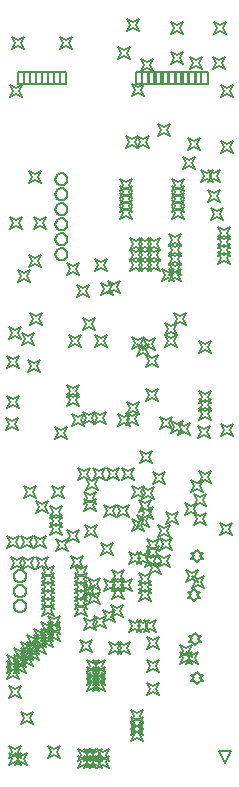
<source format=gbr>
%FSTAX26Y26*%
%MOMM*%
%SFA1B1*%

%IPPOS*%
%ADD63C,0.127000*%
%ADD100C,0.169330*%
%LNpcb_drawing_1-1*%
%LPD*%
G54D63*
X002794Y004064D02*
X005334Y009144D01*
X002794Y014224*
X007874Y011684*
X012954Y014224*
X01041399Y009144*
X012954Y004064*
X007874Y006604*
X002794Y004064*
X008128D02*
X010668Y009144D01*
X008128Y014224*
X013208Y011684*
X018288Y014224*
X015748Y009144*
X018288Y004064*
X013208Y006604*
X008128Y004064*
X007874Y012446D02*
X002794Y009906D01*
X005334Y014986*
X002794Y020066*
X007874Y017526*
X012954Y020066*
X01041399Y014986*
X012954Y009906*
X007874Y012446*
X03604361Y00995857D02*
X03858361Y01503857D01*
X03604361Y02011857*
X04112361Y01757857*
X04620361Y02011857*
X04366361Y01503857*
X04620361Y00995857*
X04112361Y01249857*
X03604361Y00995857*
X06096Y011938D02*
X06604Y009398D01*
X07112Y011938*
X06858Y006858*
X07112Y001778*
X06604Y004318*
X06096Y001778*
X0635Y006858*
X06096Y011938*
Y00762D02*
X0635Y0127D01*
X06096Y01778*
X06604Y01524*
X07112Y01778*
X06858Y0127*
X07112Y00762*
X06604Y01016*
X06096Y00762*
X066294D02*
X068834Y0127D01*
X066294Y01778*
X071374Y01524*
X076454Y01778*
X073914Y0127*
X076454Y00762*
X071374Y01016*
X066294Y00762*
X068834Y006858D02*
X066294Y011938D01*
X071374Y009398*
X076454Y011938*
X073914Y006858*
X076454Y001778*
X071374Y004318*
X066294Y001778*
X068834Y006858*
X071628Y00762D02*
X074168Y0127D01*
X071628Y01778*
X076708Y01524*
X081788Y01778*
X079248Y0127*
X081788Y00762*
X076708Y01016*
X071628Y00762*
X074168Y006858D02*
X071628Y011938D01*
X076708Y009398*
X081788Y011938*
X079248Y006858*
X081788Y001778*
X076708Y004318*
X071628Y001778*
X074168Y006858*
X076962Y00762D02*
X079502Y0127D01*
X076962Y01778*
X082042Y01524*
X087122Y01778*
X084582Y0127*
X087122Y00762*
X082042Y01016*
X076962Y00762*
X079502Y006858D02*
X076962Y011938D01*
X082042Y009398*
X087122Y011938*
X084582Y006858*
X087122Y001778*
X082042Y004318*
X076962Y001778*
X079502Y006858*
X106172Y02413D02*
X108712Y02921D01*
X106172Y03429*
X111252Y03175*
X116332Y03429*
X113792Y02921*
X116332Y02413*
X111252Y02667*
X106172Y02413*
Y029464D02*
X108712Y034544D01*
X106172Y039624*
X111252Y037084*
X116332Y039624*
X113792Y034544*
X116332Y029464*
X111252Y032004*
X106172Y029464*
Y034798D02*
X108712Y039878D01*
X106172Y044958*
X111252Y042418*
X116332Y044958*
X113792Y039878*
X116332Y034798*
X111252Y037338*
X106172Y034798*
Y040132D02*
X108712Y045212D01*
X106172Y050292*
X111252Y047752*
X116332Y050292*
X113792Y045212*
X116332Y040132*
X111252Y042672*
X106172Y040132*
X129286Y0635D02*
X124206Y06604D01*
X119126Y0635*
X121666Y06858*
X119126Y07366*
X124206Y07112*
X129286Y07366*
X126746Y06858*
X129286Y0635*
Y082804D02*
X124206Y085344D01*
X119126Y082804*
X121666Y087884*
X119126Y092964*
X124206Y090424*
X129286Y092964*
X126746Y087884*
X129286Y082804*
X15657576Y080026D02*
X15911576Y077486D01*
X15657576Y074946*
X15911576*
X16165576Y072406*
X16419576Y074946*
X16673575*
X16419576Y077486*
X16673575Y080026*
X16419576*
X16165576Y082566*
X15911576Y080026*
X15657576*
X15748Y089662D02*
X1524Y092202D01*
X14732Y089662*
X14986Y094742*
X14732Y099822*
X1524Y097282*
X15748Y099822*
X15494Y094742*
X15748Y089662*
X157734Y092202D02*
X152654Y089662D01*
X155194Y094742*
X152654Y099822*
X157734Y097282*
X162814Y099822*
X160274Y094742*
X162814Y089662*
X157734Y092202*
X15748Y09525D02*
X1524Y09779D01*
X14732Y09525*
X14986Y10033*
X14732Y10541*
X1524Y10287*
X15748Y10541*
X15494Y10033*
X15748Y09525*
X159766Y105664D02*
X162306Y108204D01*
X164846*
X162306Y110744*
X164846Y113284*
X162306*
X159766Y115824*
X157226Y113284*
X154686*
X157226Y110744*
X154686Y108204*
X157226*
X159766Y105664*
X127508Y116586D02*
X122428Y119126D01*
X117348Y116586*
X119888Y121666*
X117348Y126746*
X122428Y124206*
X127508Y126746*
X124968Y121666*
X127508Y116586*
X129286Y112268D02*
X126746Y107188D01*
X129286Y102108*
X124206Y104648*
X119126Y102108*
X121666Y107188*
X119126Y112268*
X124206Y109728*
X129286Y112268*
X120904Y116586D02*
X115824Y119126D01*
X110744Y116586*
X113284Y121666*
X110744Y126746*
X115824Y124206*
X120904Y126746*
X118364Y121666*
X120904Y116586*
X1143D02*
X10922Y119126D01*
X10414Y116586*
X10668Y121666*
X10414Y126746*
X10922Y124206*
X1143Y126746*
X11176Y121666*
X1143Y116586*
X104902Y107696D02*
X102362Y102616D01*
X104902Y097536*
X099822Y100076*
X094742Y097536*
X097282Y102616*
X094742Y107696*
X099822Y105156*
X104902Y107696*
X09906Y129032D02*
X09398Y131572D01*
X0889Y129032*
X09144Y134112*
X0889Y139192*
X09398Y136652*
X09906Y139192*
X09652Y134112*
X09906Y129032*
X089662Y129794D02*
X092202Y124714D01*
X087122Y127254*
X082042Y124714*
X084582Y129794*
X082042Y134874*
X087122Y132334*
X092202Y134874*
X089662Y129794*
X08509D02*
X08255Y124714D01*
X08509Y119634*
X08001Y122174*
X07493Y119634*
X07747Y124714*
X07493Y129794*
X08001Y127254*
X08509Y129794*
X076708Y128778D02*
X074168Y123698D01*
X076708Y118618*
X071628Y121158*
X066548Y118618*
X069088Y123698*
X066548Y128778*
X071628Y126238*
X076708Y128778*
X087376Y107696D02*
X092456Y105156D01*
X097536Y107696*
X094996Y102616*
X097536Y097536*
X092456Y100076*
X087376Y097536*
X089916Y102616*
X087376Y107696*
X084328Y092456D02*
X081788Y087376D01*
X084328Y082296*
X079248Y084836*
X074168Y082296*
X076708Y087376*
X074168Y092456*
X079248Y089916*
X084328Y092456*
X078486D02*
X075946Y087376D01*
X078486Y082296*
X073406Y084836*
X068326Y082296*
X070866Y087376*
X068326Y092456*
X073406Y089916*
X078486Y092456*
Y087122D02*
X075946Y082042D01*
X078486Y076962*
X073406Y079502*
X068326Y076962*
X070866Y082042*
X068326Y087122*
X073406Y084582*
X078486Y087122*
X079248Y084582D02*
X084328Y087122D01*
X081788Y082042*
X084328Y076962*
X079248Y079502*
X074168Y076962*
X076708Y082042*
X074168Y087122*
X079248Y084582*
X078486Y081788D02*
X075946Y076708D01*
X078486Y071628*
X073406Y074168*
X068326Y071628*
X070866Y076708*
X068326Y081788*
X073406Y079248*
X078486Y081788*
X079248Y079248D02*
X084328Y081788D01*
X081788Y076708*
X084328Y071628*
X079248Y074168*
X074168Y071628*
X076708Y076708*
X074168Y081788*
X079248Y079248*
X078486Y076454D02*
X075946Y071374D01*
X078486Y066294*
X073406Y068834*
X068326Y066294*
X070866Y071374*
X068326Y076454*
X073406Y073914*
X078486Y076454*
X079248Y073914D02*
X084328Y076454D01*
X081788Y071374*
X084328Y066294*
X079248Y068834*
X074168Y066294*
X076708Y071374*
X074168Y076454*
X079248Y073914*
X073152Y099822D02*
X068072Y102362D01*
X062992Y099822*
X065532Y104902*
X062992Y109982*
X068072Y107442*
X073152Y109982*
X070612Y104902*
X073152Y099822*
X068326Y130048D02*
X063246Y132588D01*
X058166Y130048*
X060706Y135128*
X058166Y140208*
X063246Y137668*
X068326Y140208*
X065786Y135128*
X068326Y130048*
Y13589D02*
X063246Y13843D01*
X058166Y13589*
X060706Y14097*
X058166Y14605*
X063246Y14351*
X068326Y14605*
X065786Y14097*
X068326Y13589*
X079502Y140462D02*
X074422Y143002D01*
X069342Y140462*
X071882Y145542*
X069342Y150622*
X074422Y148082*
X079502Y150622*
X076962Y145542*
X079502Y140462*
X075438Y146304D02*
X070358Y148844D01*
X065278Y146304*
X067818Y151384*
X065278Y156464*
X070358Y153924*
X075438Y156464*
X072898Y151384*
X075438Y146304*
X079502Y151892D02*
X074422Y154432D01*
X069342Y151892*
X071882Y156972*
X069342Y162052*
X074422Y159512*
X079502Y162052*
X076962Y156972*
X079502Y151892*
X08291576Y15146578D02*
X08545576Y15654578D01*
X08291576Y16162578*
X08799576Y15908578*
X09307576Y16162578*
X09053576Y15654578*
X09307576Y15146578*
X08799576Y15400578*
X08291576Y15146578*
X089916D02*
X092456Y15654578D01*
X089916Y16162578*
X094996Y15908578*
X100076Y16162578*
X097536Y15654578*
X100076Y15146578*
X094996Y15400578*
X089916Y15146578*
Y1546258D02*
X094996Y1520858D01*
X100076Y1546258*
X097536Y1495458*
X100076Y1444658*
X094996Y1470058*
X089916Y1444658*
X092456Y1495458*
X089916Y1546258*
Y15846577D02*
X092456Y16354577D01*
X089916Y16862577*
X094996Y16608577*
X100076Y16862577*
X097536Y16354577*
X100076Y15846577*
X094996Y16100577*
X089916Y15846577*
X09691598Y16162578D02*
X10199598Y15908578D01*
X10707598Y16162578*
X10453598Y15654578*
X10707598Y15146578*
X10199598Y15400578*
X09691598Y15146578*
X09945598Y15654578*
X09691598Y16162578*
X112776Y159766D02*
X117856Y157226D01*
X122936Y159766*
X120396Y154686*
X122936Y149606*
X117856Y152146*
X112776Y149606*
X115316Y154686*
X112776Y159766*
X11303Y156464D02*
X11557Y161544D01*
X11303Y16662399*
X11811Y164084*
X12319Y16662399*
X12065Y161544*
X12319Y156464*
X11811Y159004*
X11303Y156464*
X112776Y152908D02*
X117856Y150368D01*
X122936Y152908*
X120396Y147828*
X122936Y142748*
X117856Y145288*
X112776Y142748*
X115316Y147828*
X112776Y152908*
X126492Y168402D02*
X121412Y165862D01*
X123952Y170942*
X121412Y176022*
X126492Y173482*
X131572Y176022*
X129032Y170942*
X131572Y165862*
X126492Y168402*
X127762Y171958D02*
X122682Y174498D01*
X117602Y171958*
X120142Y177038*
X117602Y182118*
X122682Y179578*
X127762Y182118*
X125222Y177038*
X127762Y171958*
X128524D02*
X131064Y177038D01*
X128524Y182118*
X133604Y179578*
X138684Y182118*
X136144Y177038*
X138684Y171958*
X133604Y174498*
X128524Y171958*
X12954Y179578D02*
X12446Y182118D01*
X11938Y179578*
X12192Y184658*
X11938Y189738*
X12446Y187198*
X12954Y189738*
X127Y184658*
X12954Y179578*
X129794Y184912D02*
X124714Y187452D01*
X119634Y184912*
X122174Y189992*
X119634Y195072*
X124714Y192532*
X129794Y195072*
X127254Y189992*
X129794Y184912*
X130556Y185674D02*
X133096Y190754D01*
X130556Y195834*
X135636Y193294*
X140716Y195834*
X138176Y190754*
X140716Y185674*
X135636Y188214*
X130556Y185674*
X155194Y164084D02*
X152654Y169164D01*
X157734Y16662399*
X162814Y169164*
X160274Y164084*
X162814Y159004*
X157734Y161544*
X152654Y159004*
X155194Y164084*
X157988Y164338D02*
X163068Y161798D01*
X168148Y164338*
X165608Y159258*
X168148Y154178*
X163068Y156718*
X157988Y154178*
X160528Y159258*
X157988Y164338*
X159512Y152908D02*
X156972Y150368D01*
X154432*
X156972Y147828*
X154432Y145288*
X156972*
X159512Y142748*
X162052Y145288*
X164592*
X162052Y147828*
X164592Y150368*
X162052*
X159512Y152908*
X16165576Y17600599D02*
X16419576Y17854599D01*
X16673575*
X16419576Y18108599*
X16673575Y18362599*
X16419576*
X16165576Y18616599*
X15911576Y18362599*
X15657576*
X15911576Y18108599*
X15657576Y17854599*
X15911576*
X16165576Y17600599*
X18161Y198374D02*
X18415Y203454D01*
X18161Y208534*
X18669Y205994*
X19177Y208534*
X18923Y203454*
X19177Y198374*
X18669Y200914*
X18161Y198374*
X169164Y216916D02*
X16662399Y211836D01*
X169164Y206756*
X164084Y209296*
X159004Y206756*
X161544Y211836*
X159004Y216916*
X164084Y214376*
X169164Y216916*
X169418Y223012D02*
X164338Y225552D01*
X159258Y223012*
X161798Y228092*
X159258Y233172*
X164338Y230632*
X169418Y233172*
X16687799Y228092*
X169418Y223012*
X161544Y22606D02*
X159004Y22098D01*
X161544Y2159*
X156464Y21844*
X151384Y2159*
X153924Y22098*
X151384Y22606*
X156464Y22352*
X161544Y22606*
X161798Y23749D02*
X156718Y23495D01*
X159258Y24003*
X156718Y24511*
X161798Y24257*
X16687799Y24511*
X164338Y24003*
X16687799Y23495*
X161798Y23749*
X163576Y24257D02*
X166116Y24765D01*
X163576Y25273*
X168656Y25019*
X173736Y25273*
X171196Y24765*
X173736Y24257*
X168656Y24511*
X163576Y24257*
X181864Y282448D02*
X184404Y287528D01*
X181864Y292608*
X186944Y290068*
X192024Y292608*
X189484Y287528*
X192024Y282448*
X186944Y284988*
X181864Y282448*
X173736Y296164D02*
X168656Y298704D01*
X163576Y296164*
X166116Y301244*
X163576Y306324*
X168656Y303784*
X173736Y306324*
X171196Y301244*
X173736Y296164*
Y303276D02*
X168656Y305816D01*
X163576Y303276*
X166116Y308356*
X163576Y313436*
X168656Y310896*
X173736Y313436*
X171196Y308356*
X173736Y303276*
Y310388D02*
X168656Y312928D01*
X163576Y310388*
X166116Y315468*
X163576Y320548*
X168656Y318008*
X173736Y320548*
X171196Y315468*
X173736Y310388*
X155956Y293116D02*
X153416Y288036D01*
X155956Y282956*
X150876Y285496*
X145796Y282956*
X148336Y288036*
X145796Y293116*
X150876Y290576*
X155956Y293116*
X16286353Y29083D02*
X16794353Y28829D01*
X17302353Y29083*
X17048353Y28575*
X17302353Y28067*
X16794353Y28321*
X16286353Y28067*
X16540353Y28575*
X16286353Y29083*
X149606Y295148D02*
X147066Y290068D01*
X149606Y284988*
X144526Y287528*
X139446Y284988*
X141986Y290068*
X139446Y295148*
X144526Y292608*
X149606Y295148*
X140716Y298958D02*
X138176Y293878D01*
X140716Y288798*
X135636Y291338*
X130556Y288798*
X133096Y293878*
X130556Y298958*
X135636Y296418*
X140716Y298958*
X128778Y31242D02*
X123698Y31496D01*
X118618Y31242*
X121158Y3175*
X118618Y32258*
X123698Y32004*
X128778Y32258*
X126238Y3175*
X128778Y31242*
X129032Y341122D02*
X123952Y343662D01*
X118872Y341122*
X121412Y346202*
X118872Y351282*
X123952Y348742*
X129032Y351282*
X126492Y346202*
X129032Y341122*
X163576Y352806D02*
X166116Y357886D01*
X163576Y362966*
X168656Y360426*
X173736Y362966*
X171196Y357886*
X173736Y352806*
X168656Y355346*
X163576Y352806*
X152908Y376428D02*
X147828Y378968D01*
X142748Y376428*
X145288Y381508*
X142748Y386588*
X147828Y384048*
X152908Y386588*
X150368Y381508*
X152908Y376428*
X148336Y413512D02*
X143256Y416052D01*
X138176Y413512*
X140716Y418592*
X138176Y423672*
X143256Y421132*
X148336Y423672*
X145796Y418592*
X148336Y413512*
X14859Y418846D02*
X14351Y421386D01*
X13843Y418846*
X14097Y423926*
X13843Y429006*
X14351Y426466*
X14859Y429006*
X14605Y423926*
X14859Y418846*
X1397D02*
X14224Y413766D01*
X13716Y416306*
X13208Y413766*
X13462Y418846*
X13208Y423926*
X13716Y421386*
X14224Y423926*
X1397Y418846*
Y37592D02*
X14478Y37846D01*
X14224Y37338*
X14478Y3683*
X14224Y36322*
X14478Y35814*
X1397Y36068*
X13462Y35814*
X13716Y36322*
X13462Y3683*
X1397Y36576*
X14478Y3683*
X1397Y37084*
X13462Y3683*
X13716Y37338*
X13462Y37846*
X1397Y37592*
X125984Y36576D02*
X123444Y36068D01*
X125984Y3556*
X120904Y35814*
X115824Y3556*
X118364Y36068*
X115824Y36576*
X120904Y36322*
X125984Y36576*
X116586Y366014D02*
X114046Y360934D01*
X116586Y355854*
X111506Y358394*
X106426Y355854*
X108966Y360934*
X106426Y366014*
X111506Y363474*
X116586Y366014*
X116078Y357632D02*
X121158Y360172D01*
X118618Y355092*
X121158Y350012*
X116078Y352552*
X110998Y350012*
X113538Y355092*
X110998Y360172*
X116078Y357632*
X075692Y371856D02*
X070612Y374396D01*
X065532Y371856*
X068072Y376936*
X065532Y382016*
X070612Y379476*
X075692Y382016*
X073152Y376936*
X075692Y371856*
X075184Y367792D02*
X080264Y365252D01*
X085344Y367792*
X082804Y362712*
X085344Y357632*
X080264Y360172*
X075184Y357632*
X077724Y362712*
X075184Y367792*
X063246Y3683D02*
X060706Y36322D01*
X063246Y35814*
X058166Y36068*
X053086Y35814*
X055626Y36322*
X053086Y3683*
X058166Y36576*
X063246Y3683*
X080264Y402082D02*
X082804Y407162D01*
X080264Y412242*
X085344Y409702*
X090424Y412242*
X087884Y407162*
X090424Y402082*
X085344Y404622*
X080264Y402082*
X086868Y403606D02*
X089408Y408686D01*
X086868Y413766*
X091948Y411226*
X097028Y413766*
X094488Y408686*
X097028Y403606*
X091948Y406146*
X086868Y403606*
X104902Y422148D02*
X107442Y427228D01*
X104902Y432308*
X109982Y429768*
X115062Y432308*
X112522Y427228*
X115062Y422148*
X109982Y424688*
X104902Y422148*
X112522D02*
X115062Y427228D01*
X112522Y432308*
X117602Y429768*
X122682Y432308*
X120142Y427228*
X122682Y422148*
X117602Y424688*
X112522Y422148*
X120396D02*
X122936Y427228D01*
X120396Y432308*
X125476Y429768*
X130556Y432308*
X128016Y427228*
X130556Y422148*
X125476Y424688*
X120396Y422148*
Y431038D02*
X122936Y436118D01*
X120396Y441198*
X125476Y438658*
X130556Y441198*
X128016Y436118*
X130556Y431038*
X125476Y433578*
X120396Y431038*
X12273178Y43097577D02*
X11765178Y43351577D01*
X11257178Y43097577*
X11511178Y43605577*
X11257178Y44113577*
X11765178Y43859577*
X12273178Y44113577*
X12019178Y43605577*
X12273178Y43097577*
X115062Y431038D02*
X109982Y433578D01*
X104902Y431038*
X107442Y436118*
X104902Y441198*
X109982Y438658*
X115062Y441198*
X112522Y436118*
X115062Y431038*
Y439928D02*
X109982Y442468D01*
X104902Y439928*
X107442Y445008*
X104902Y450088*
X109982Y447548*
X115062Y450088*
X112522Y445008*
X115062Y439928*
X112522D02*
X115062Y445008D01*
X112522Y450088*
X117602Y447548*
X122682Y450088*
X120142Y445008*
X122682Y439928*
X117602Y442468*
X112522Y439928*
X120396D02*
X122936Y445008D01*
X120396Y450088*
X125476Y447548*
X130556Y450088*
X128016Y445008*
X130556Y439928*
X125476Y442468*
X120396Y439928*
X138176Y437134D02*
X143256Y434594D01*
X148336Y437134*
X145796Y432054*
X148336Y426974*
X143256Y429514*
X138176Y426974*
X140716Y432054*
X138176Y437134*
Y435102D02*
X140716Y440182D01*
X138176Y445262*
X143256Y442722*
X148336Y445262*
X145796Y440182*
X148336Y435102*
X143256Y437642*
X138176Y435102*
Y442976D02*
X140716Y448056D01*
X138176Y453136*
X143256Y450596*
X148336Y453136*
X145796Y448056*
X148336Y442976*
X143256Y445516*
X138176Y442976*
X17399Y465582D02*
X17653Y470662D01*
X17399Y475742*
X17907Y473202*
X18415Y475742*
X18161Y470662*
X18415Y465582*
X17907Y468122*
X17399Y465582*
X179832Y44196D02*
X182372Y44704D01*
X179832Y45212*
X184912Y44958*
X189992Y45212*
X187452Y44704*
X189992Y44196*
X184912Y4445*
X179832Y44196*
Y437896D02*
X184912Y435356D01*
X189992Y437896*
X187452Y432816*
X189992Y427736*
X184912Y430276*
X179832Y427736*
X182372Y432816*
X179832Y437896*
Y434848D02*
X182372Y439928D01*
X179832Y445008*
X184912Y442468*
X189992Y445008*
X187452Y439928*
X189992Y434848*
X184912Y437388*
X179832Y434848*
Y449072D02*
X182372Y454152D01*
X179832Y459232*
X184912Y456692*
X189992Y459232*
X187452Y454152*
X189992Y449072*
X184912Y451612*
X179832Y449072*
X18161Y480568D02*
X17653Y483108D01*
X17145Y480568*
X17399Y485648*
X17145Y490728*
X17653Y488188*
X18161Y490728*
X17907Y485648*
X18161Y480568*
X181356Y49784D02*
X176276Y50038D01*
X171196Y49784*
X173736Y50292*
X171196Y508*
X176276Y50546*
X181356Y508*
X178816Y50292*
X181356Y49784*
X182118Y522224D02*
X184658Y527304D01*
X182118Y532384*
X187198Y529844*
X192278Y532384*
X189738Y527304*
X192278Y522224*
X187198Y524764*
X182118Y522224*
X181864Y569214D02*
X184404Y574294D01*
X181864Y579374*
X186944Y576834*
X192024Y579374*
X189484Y574294*
X192024Y569214*
X186944Y571754*
X181864Y569214*
X18550178Y5935378D02*
X18042178Y5960778D01*
X17534178Y5935378*
X17788178Y5986178*
X17534178Y6036978*
X18042178Y6011578*
X18550178Y6036978*
X18296178Y5986178*
X18550178Y5935378*
X16340378Y5986178D02*
X16594378Y5935378D01*
X16086378Y5960778*
X15578378Y5935378*
X15832378Y5986178*
X15578378Y6036978*
X16086378Y6011578*
X16594378Y6036978*
X16340378Y5986178*
X16552316Y590804D02*
Y580644D01*
X15536316*
Y590804*
X16552316*
X16103574D02*
X17119574D01*
Y580644*
X16103574*
Y590804*
X15985058D02*
Y580644D01*
X14969058*
Y590804*
X15985058*
X15417774D02*
Y580644D01*
X14401774*
Y590804*
X15417774*
X14994178Y5970938D02*
X14486178Y5996338D01*
X13978178Y5970938*
X14232178Y6021738*
X13978178Y6072538*
X14486178Y6047138*
X14994178Y6072538*
X14740178Y6021738*
X14994178Y5970938*
X14850516Y590804D02*
Y580644D01*
X13834516*
Y590804*
X14850516*
X14283258D02*
Y580644D01*
X13267258*
Y590804*
X14283258*
X13716D02*
Y580644D01*
X127*
Y590804*
X13716*
X13148716D02*
Y580644D01*
X12132716*
Y590804*
X13148716*
X12581458D02*
Y580644D01*
X11565458*
Y590804*
X12581458*
X128524Y546354D02*
X133604Y543814D01*
X138684Y546354*
X136144Y541274*
X138684Y536194*
X133604Y538734*
X128524Y536194*
X131064Y541274*
X128524Y546354*
X154432Y534416D02*
X159512Y531876D01*
X164592Y534416*
X162052Y529336*
X164592Y524256*
X159512Y526796*
X154432Y524256*
X156972Y529336*
X154432Y534416*
X154686Y516128D02*
X159766Y518668D01*
X157226Y513588*
X159766Y508508*
X154686Y511048*
X149606Y508508*
X152146Y513588*
X149606Y518668*
X154686Y516128*
X1651Y508D02*
X17018Y50546D01*
X17526Y508*
X17272Y50292*
X17526Y49784*
X17018Y50038*
X1651Y49784*
X16763999Y50292*
X1651Y508*
X150876Y500126D02*
X148336Y495046D01*
X150876Y489966*
X145796Y492506*
X140716Y489966*
X143256Y495046*
X140716Y500126*
X145796Y497586*
X150876Y500126*
Y494157D02*
X148336Y489077D01*
X150876Y483997*
X145796Y486537*
X140716Y483997*
X143256Y489077*
X140716Y494157*
X145796Y491617*
X150876Y494157*
Y488188D02*
X148336Y483108D01*
X150876Y478028*
X145796Y480568*
X140716Y478028*
X143256Y483108*
X140716Y488188*
X145796Y485648*
X150876Y488188*
Y482219D02*
X148336Y477139D01*
X150876Y472059*
X145796Y474599*
X140716Y472059*
X143256Y477139*
X140716Y482219*
X145796Y479679*
X150876Y482219*
Y47625D02*
X148336Y47117D01*
X150876Y46609*
X145796Y46863*
X140716Y46609*
X143256Y47117*
X140716Y47625*
X145796Y47371*
X150876Y47625*
X10668Y500126D02*
X10414Y495046D01*
X10668Y489966*
X1016Y492506*
X09652Y489966*
X09906Y495046*
X09652Y500126*
X1016Y497586*
X10668Y500126*
Y494157D02*
X10414Y489077D01*
X10668Y483997*
X1016Y486537*
X09652Y483997*
X09906Y489077*
X09652Y494157*
X1016Y491617*
X10668Y494157*
Y488188D02*
X10414Y483108D01*
X10668Y478028*
X1016Y480568*
X09652Y478028*
X09906Y483108*
X09652Y488188*
X1016Y485648*
X10668Y488188*
Y482219D02*
X10414Y477139D01*
X10668Y472059*
X1016Y474599*
X09652Y472059*
X09906Y477139*
X09652Y482219*
X1016Y479679*
X10668Y482219*
Y47625D02*
X10414Y47117D01*
X10668Y46609*
X1016Y46863*
X09652Y46609*
X09906Y47117*
X09652Y47625*
X1016Y47371*
X10668Y47625*
X085598Y432308D02*
X083058Y427228D01*
X085598Y422148*
X080518Y424688*
X075438Y422148*
X077978Y427228*
X075438Y432308*
X080518Y429768*
X085598Y432308*
X06223Y428752D02*
X05969Y423672D01*
X06223Y418592*
X05715Y421132*
X05207Y418592*
X05461Y423672*
X05207Y428752*
X05715Y426212*
X06223Y428752*
X060452Y410718D02*
X065532Y408178D01*
X070612Y410718*
X068072Y405638*
X070612Y400558*
X065532Y403098*
X060452Y400558*
X062992Y405638*
X060452Y410718*
X029464Y42545D02*
X024384Y42799D01*
X019304Y42545*
X021844Y43053*
X019304Y43561*
X024384Y43307*
X029464Y43561*
X026924Y43053*
X029464Y42545*
X028702Y460248D02*
X023622Y457708D01*
X026162Y462788*
X023622Y467868*
X028702Y465328*
X033782Y467868*
X031242Y462788*
X033782Y457708*
X028702Y460248*
X013462Y457454D02*
X008382Y459994D01*
X003302Y457454*
X005842Y462534*
X003302Y467614*
X008382Y465074*
X013462Y467614*
X010922Y462534*
X013462Y457454*
X01041399Y42291D02*
X015494Y42037D01*
X020574Y42291*
X018034Y41783*
X020574Y41275*
X015494Y41529*
X01041399Y41275*
X012954Y41783*
X01041399Y42291*
X02082799Y386842D02*
X025908Y384302D01*
X030988Y386842*
X028448Y381762*
X030988Y376682*
X025908Y379222*
X02082799Y376682*
X023368Y381762*
X02082799Y386842*
X012446Y374904D02*
X009906Y369824D01*
X012446Y364744*
X007366Y367284*
X002286Y364744*
X004826Y369824*
X002286Y374904*
X007366Y372364*
X012446Y374904*
X01397Y36957D02*
X01905Y36703D01*
X02413Y36957*
X02159Y36449*
X02413Y35941*
X01905Y36195*
X01397Y35941*
X01651Y36449*
X01397Y36957*
X010922Y350012D02*
X008382Y344932D01*
X010922Y339852*
X005842Y342392*
X000762Y339852*
X003302Y344932*
X000762Y350012*
X005842Y347472*
X010922Y350012*
X018796Y34671D02*
X023876Y34417D01*
X028956Y34671*
X026416Y34163*
X028956Y33655*
X023876Y33909*
X018796Y33655*
X021336Y34163*
X018796Y34671*
X010922Y316738D02*
X008382Y311658D01*
X010922Y306578*
X005842Y309118*
X000762Y306578*
X003302Y311658*
X000762Y316738*
X005842Y314198*
X010922Y316738*
X01066977Y29732147D02*
X00812977Y29224147D01*
X01066977Y28716147*
X00558977Y28970147*
X00050977Y28716147*
X00304977Y29224147*
X00050977Y29732147*
X00558977Y29478147*
X01066977Y29732147*
X04132122Y28997935D02*
X04640122Y28743935D01*
X05148122Y28997935*
X04894122Y28489935*
X05148122Y27981935*
X04640122Y28235935*
X04132122Y27981935*
X04386122Y28489935*
X04132122Y28997935*
X061214Y255016D02*
X066294Y252476D01*
X071374Y255016*
X068834Y249936*
X071374Y244856*
X066294Y247396*
X061214Y244856*
X063754Y249936*
X061214Y255016*
X07366Y25497586D02*
X07874Y25243586D01*
X08381999Y25497586*
X08128Y24989586*
X08381999Y24481586*
X07874Y24735586*
X07366Y24481586*
X0762Y24989586*
X07366Y25497586*
X072644Y244602D02*
X077724Y247142D01*
X075184Y242062*
X077724Y236982*
X072644Y239522*
X067564Y236982*
X070104Y242062*
X067564Y247142*
X072644Y244602*
X071374Y232918D02*
X076454Y235458D01*
X073914Y230378*
X076454Y225298*
X071374Y227838*
X066294Y225298*
X068834Y230378*
X066294Y235458*
X071374Y232918*
Y226568D02*
X076454Y229108D01*
X073914Y224028*
X076454Y218948*
X071374Y221488*
X066294Y218948*
X068834Y224028*
X066294Y229108*
X071374Y226568*
X04953Y230378D02*
X04445Y232918D01*
X03937Y230378*
X04190999Y235458*
X03937Y240538*
X04445Y237998*
X04953Y240538*
X04699Y235458*
X04953Y230378*
X051562Y202692D02*
X056642Y200152D01*
X061722Y202692*
X059182Y197612*
X061722Y192532*
X056642Y195072*
X051562Y192532*
X054102Y197612*
X051562Y202692*
X052578Y195326D02*
X050038Y190246D01*
X052578Y185166*
X047498Y187706*
X042418Y185166*
X044958Y190246*
X042418Y195326*
X047498Y192786*
X052578Y195326*
X06731Y197104D02*
X06985Y202184D01*
X06731Y207264*
X07239Y204724*
X07747Y207264*
X07493Y202184*
X07747Y197104*
X07239Y199644*
X06731Y197104*
X065532Y180848D02*
X062992Y175768D01*
X065532Y170688*
X060452Y173228*
X055372Y170688*
X057912Y175768*
X055372Y180848*
X060452Y178308*
X065532Y180848*
X068326Y17272D02*
X065786Y16763999D01*
X068326Y16256*
X063246Y1651*
X058166Y16256*
X060706Y16763999*
X058166Y17272*
X063246Y17018*
X068326Y17272*
Y16687799D02*
X065786Y161798D01*
X068326Y156718*
X063246Y159258*
X058166Y156718*
X060706Y161798*
X058166Y16687799*
X063246Y164338*
X068326Y16687799*
Y16002D02*
X065786Y15494D01*
X068326Y14986*
X063246Y1524*
X058166Y14986*
X060706Y15494*
X058166Y16002*
X063246Y15748*
X068326Y16002*
Y152908D02*
X065786Y147828D01*
X068326Y142748*
X063246Y145288*
X058166Y142748*
X060706Y147828*
X058166Y152908*
X063246Y150368*
X068326Y152908*
X080772Y18194604D02*
X08331199Y18702604D01*
X080772Y19210604*
X085852Y18956604*
X090932Y19210604*
X088392Y18702604*
X090932Y18194604*
X085852Y18448604*
X080772Y18194604*
X10414Y184404D02*
X10922Y181864D01*
X1143Y184404*
X11176Y179324*
X1143Y174244*
X10922Y176784*
X10414Y174244*
X10668Y179324*
X10414Y184404*
X110998D02*
X116078Y181864D01*
X121158Y184404*
X118618Y179324*
X121158Y174244*
X116078Y176784*
X110998Y174244*
X113538Y179324*
X110998Y184404*
X128778Y196596D02*
X131318Y201676D01*
X128778Y206756*
X133858Y204216*
X138938Y206756*
X136398Y201676*
X138938Y196596*
X133858Y199136*
X128778Y196596*
X135636Y207772D02*
X138176Y212852D01*
X135636Y217932*
X140716Y215392*
X145796Y217932*
X143256Y212852*
X145796Y207772*
X140716Y210312*
X135636Y207772*
X121412Y2159D02*
X118872Y21082D01*
X121412Y20574*
X116332Y20828*
X111252Y20574*
X113792Y21082*
X111252Y2159*
X116332Y21336*
X121412Y2159*
X12192Y21717D02*
X12446Y21209D01*
X11938Y21463*
X1143Y21209*
X11684Y21717*
X1143Y22225*
X11938Y21971*
X12446Y22225*
X12192Y21717*
X12319Y21844D02*
X11811Y22098D01*
X11303Y21844*
X11557Y22352*
X11303Y2286*
X11811Y22606*
X12319Y2286*
X12065Y22352*
X12319Y21844*
X125222Y229108D02*
X120142Y231648D01*
X115062Y229108*
X117602Y234188*
X115062Y239268*
X120142Y236728*
X125222Y239268*
X122682Y234188*
X125222Y229108*
X117094Y22987D02*
X112014Y23241D01*
X106934Y22987*
X109474Y23495*
X106934Y24003*
X112014Y23749*
X117094Y24003*
X114554Y23495*
X117094Y22987*
X104394Y224282D02*
X101854Y219202D01*
X104394Y214122*
X099314Y216662*
X094234Y214122*
X096774Y219202*
X094234Y224282*
X099314Y221742*
X104394Y224282*
X107188Y212344D02*
X112268Y209804D01*
X117348Y212344*
X114808Y207264*
X117348Y202184*
X112268Y204724*
X107188Y202184*
X109728Y207264*
X107188Y212344*
X090424Y219202D02*
X092964Y214122D01*
X087884Y216662*
X082804Y214122*
X085344Y219202*
X082804Y224282*
X087884Y221742*
X092964Y224282*
X090424Y219202*
X100584Y24989586D02*
X098044Y25497586D01*
X103124Y25243586*
X108204Y25497586*
X105664Y24989586*
X108204Y24481586*
X103124Y24735586*
X098044Y24481586*
X100584Y24989586*
X113538Y259842D02*
X116078Y264922D01*
X113538Y270002*
X118618Y267462*
X123698Y270002*
X121158Y264922*
X123698Y259842*
X118618Y262382*
X113538Y259842*
X12446Y252222D02*
X12954Y249682D01*
X13462Y252222*
X13208Y247142*
X13462Y242062*
X12954Y244602*
X12446Y242062*
X127Y247142*
X12446Y252222*
X11195608Y29153408D02*
X10687608Y29407408D01*
X10179608Y29153408*
X10433608Y29661408*
X10179608Y30169408*
X10687608Y29915408*
X11195608Y30169408*
X10941608Y29661408*
X11195608Y29153408*
X105156Y291338D02*
X100076Y293878D01*
X094996Y291338*
X097536Y296418*
X094996Y301498*
X100076Y298958*
X105156Y301498*
X102616Y296418*
X105156Y291338*
X102616Y30099D02*
X105156Y30607D01*
X102616Y31115*
X107696Y30861*
X112776Y31115*
X110236Y30607*
X112776Y30099*
X107696Y30353*
X102616Y30099*
X084836Y302768D02*
X082296Y297688D01*
X084836Y292608*
X079756Y295148*
X074676Y292608*
X077216Y297688*
X074676Y302768*
X079756Y300228*
X084836Y302768*
X075692D02*
X073152Y297688D01*
X075692Y292608*
X070612Y295148*
X065532Y292608*
X068072Y297688*
X065532Y302768*
X070612Y300228*
X075692Y302768*
X061976Y318262D02*
X059436Y313182D01*
X061976Y308102*
X056896Y310642*
X051816Y308102*
X054356Y313182*
X051816Y318262*
X056896Y315722*
X061976Y318262*
X059436Y320294D02*
X061976Y315214D01*
X056896Y317754*
X051816Y315214*
X054356Y320294*
X051816Y325374*
X056896Y322834*
X061976Y325374*
X059436Y320294*
X055626Y300736D02*
X060706Y298196D01*
X065786Y300736*
X063246Y295656*
X065786Y290576*
X060706Y293116*
X055626Y290576*
X058166Y295656*
X055626Y300736*
X085852Y255016D02*
X090932Y252476D01*
X096012Y255016*
X093472Y249936*
X096012Y244856*
X090932Y247396*
X085852Y244856*
X088392Y249936*
X085852Y255016*
X047244Y223266D02*
X044704Y218186D01*
X047244Y213106*
X042164Y215646*
X037084Y213106*
X039624Y218186*
X037084Y223266*
X042164Y220726*
X047244Y223266*
X033528Y222758D02*
X036068Y217678D01*
X030988Y220218*
X025908Y217678*
X028448Y222758*
X025908Y227838*
X030988Y225298*
X036068Y227838*
X033528Y222758*
X025146Y230378D02*
X020066Y232918D01*
X014986Y230378*
X017526Y235458*
X014986Y240538*
X020066Y237998*
X025146Y240538*
X022606Y235458*
X025146Y230378*
X037084Y215646D02*
X042164Y213106D01*
X047244Y215646*
X044704Y210566*
X047244Y205486*
X042164Y208026*
X037084Y205486*
X039624Y210566*
X037084Y215646*
Y208788D02*
X042164Y206248D01*
X047244Y208788*
X044704Y203708*
X047244Y198628*
X042164Y201168*
X037084Y198628*
X039624Y203708*
X037084Y208788*
X03429Y19812D02*
X03175Y19304D01*
X03429Y18796*
X02921Y1905*
X02413Y18796*
X02667Y19304*
X02413Y19812*
X02921Y19558*
X03429Y19812*
X03587165Y18028208D02*
X03333165Y17520208D01*
X03587165Y17012208*
X03079165Y17266208*
X02571165Y17012208*
X02825165Y17520208*
X02571165Y18028208*
X03079165Y17774208*
X03587165Y18028208*
X03556Y17018D02*
X04064Y17272D01*
X0381Y16763999*
X04064Y16256*
X03556Y1651*
X03048Y16256*
X03302Y16763999*
X03048Y17272*
X03556Y17018*
X03048Y16687799D02*
X03556Y164338D01*
X04064Y16687799*
X0381Y161798*
X04064Y156718*
X03556Y159258*
X03048Y156718*
X03302Y161798*
X03048Y16687799*
Y16002D02*
X03556Y15748D01*
X04064Y16002*
X0381Y15494*
X04064Y14986*
X03556Y1524*
X03048Y14986*
X03302Y15494*
X03048Y16002*
Y152908D02*
X03556Y150368D01*
X04064Y152908*
X0381Y147828*
X04064Y142748*
X03556Y145288*
X03048Y142748*
X03302Y147828*
X03048Y152908*
Y14605D02*
X03556Y14351D01*
X04064Y14605*
X0381Y14097*
X04064Y13589*
X03556Y13843*
X03048Y13589*
X03302Y14097*
X03048Y14605*
Y140208D02*
X03556Y137668D01*
X04064Y140208*
X0381Y135128*
X04064Y130048*
X03556Y132588*
X03048Y130048*
X03302Y135128*
X03048Y140208*
X035814Y130048D02*
X040894Y127508D01*
X045974Y130048*
X043434Y124968*
X045974Y119888*
X040894Y122428*
X035814Y119888*
X038354Y124968*
X035814Y130048*
Y124714D02*
X040894Y122174D01*
X045974Y124714*
X043434Y119634*
X045974Y114554*
X040894Y117094*
X035814Y114554*
X038354Y119634*
X035814Y124714*
X035052Y122174D02*
X040132Y124714D01*
X037592Y119634*
X040132Y114554*
X035052Y117094*
X029972Y114554*
X032512Y119634*
X029972Y124714*
X035052Y122174*
X035814Y11938D02*
X040894Y11684D01*
X045974Y11938*
X043434Y1143*
X045974Y10922*
X040894Y11176*
X035814Y10922*
X038354Y1143*
X035814Y11938*
X03429Y119126D02*
X03175Y114046D01*
X03429Y108966*
X02921Y111506*
X02413Y108966*
X02667Y114046*
X02413Y119126*
X02921Y116586*
X03429Y119126*
X035052Y116586D02*
X040132Y119126D01*
X037592Y114046*
X040132Y108966*
X035052Y111506*
X029972Y108966*
X032512Y114046*
X029972Y119126*
X035052Y116586*
X03429Y113792D02*
X03175Y108712D01*
X03429Y103632*
X02921Y106172*
X02413Y103632*
X02667Y108712*
X02413Y113792*
X02921Y111252*
X03429Y113792*
X035052Y111252D02*
X040132Y113792D01*
X037592Y108712*
X040132Y103632*
X035052Y106172*
X029972Y103632*
X032512Y108712*
X029972Y113792*
X035052Y111252*
X03429Y108458D02*
X03175Y103378D01*
X03429Y098298*
X02921Y100838*
X02413Y098298*
X02667Y103378*
X02413Y108458*
X02921Y105918*
X03429Y108458*
X028448Y108204D02*
X025908Y103124D01*
X028448Y098044*
X023368Y100584*
X018288Y098044*
X02082799Y103124*
X018288Y108204*
X023368Y105664*
X028448Y108204*
X025908Y108712D02*
X028448Y103632D01*
X023368Y106172*
X018288Y103632*
X02082799Y108712*
X018288Y113792*
X023368Y111252*
X028448Y113792*
X025908Y108712*
X028448Y10287D02*
X025908Y09779D01*
X028448Y09271*
X023368Y09525*
X018288Y09271*
X02082799Y09779*
X018288Y10287*
X023368Y10033*
X028448Y10287*
X022606D02*
X020066Y09779D01*
X022606Y09271*
X017526Y09525*
X012446Y09271*
X014986Y09779*
X012446Y10287*
X017526Y10033*
X022606Y10287*
X020066Y103124D02*
X022606Y098044D01*
X017526Y100584*
X012446Y098044*
X014986Y103124*
X012446Y108204*
X017526Y105664*
X022606Y108204*
X020066Y103124*
X016764Y10287D02*
X014224Y09779D01*
X016764Y09271*
X011684Y09525*
X006604Y09271*
X009144Y09779*
X006604Y10287*
X011684Y10033*
X016764Y10287*
Y097282D02*
X014224Y092202D01*
X016764Y087122*
X011684Y089662*
X006604Y087122*
X009144Y092202*
X006604Y097282*
X011684Y094742*
X016764Y097282*
X017526Y094996D02*
X022606Y097536D01*
X020066Y092456*
X022606Y087376*
X017526Y089916*
X012446Y087376*
X014986Y092456*
X012446Y097536*
X017526Y094996*
X016764Y091948D02*
X014224Y086868D01*
X016764Y081788*
X011684Y084328*
X006604Y081788*
X009144Y086868*
X006604Y091948*
X011684Y089408*
X016764Y091948*
X010922D02*
X008382Y086868D01*
X010922Y081788*
X005842Y084328*
X000762Y081788*
X003302Y086868*
X000762Y091948*
X005842Y089408*
X010922Y091948*
X008382Y092202D02*
X010922Y087122D01*
X005842Y089662*
X000762Y087122*
X003302Y092202*
X000762Y097282*
X005842Y094742*
X010922Y097282*
X008382Y092202*
X010922Y086614D02*
X008382Y081534D01*
X010922Y076454*
X005842Y078994*
X000762Y076454*
X003302Y081534*
X000762Y086614*
X005842Y084074*
X010922Y086614*
X0127Y07112D02*
X01016Y06604D01*
X0127Y06096*
X00762Y0635*
X00254Y06096*
X00508Y06604*
X00254Y07112*
X00762Y06858*
X0127Y07112*
X01248613Y04882337D02*
X01756613Y04628337D01*
X02264613Y04882337*
X02010613Y04374337*
X02264613Y03866337*
X01756613Y04120337*
X01248613Y03866337*
X01502613Y04374337*
X01248613Y04882337*
X01375587Y16963186D02*
X01629587Y17471186D01*
X01375587Y17979186*
X01883587Y17725186*
X02391587Y17979186*
X02137587Y17471186*
X02391587Y16963186*
X01883587Y17217186*
X01375587Y16963186*
X01449781Y16990593D02*
X00941781Y17244593D01*
X00433781Y16990593*
X00687781Y17498593*
X00433781Y18006593*
X00941781Y17752593*
X01449781Y18006593*
X01195781Y17498593*
X01449781Y16990593*
X012954Y18796D02*
X015494Y19304D01*
X012954Y19812*
X018034Y19558*
X023114Y19812*
X020574Y19304*
X023114Y18796*
X018034Y1905*
X012954Y18796*
X011176D02*
X006096Y1905D01*
X001016Y18796*
X003556Y19304*
X001016Y19812*
X006096Y19558*
X011176Y19812*
X008636Y19304*
X011176Y18796*
X185928Y005842D02*
X180848Y016002D01*
X191008*
X185928Y005842*
X029464Y497078D02*
X024384Y499618D01*
X019304Y497078*
X021844Y502158*
X019304Y507238*
X024384Y504698*
X029464Y507238*
X026924Y502158*
X029464Y497078*
X01397Y569214D02*
X00889Y571754D01*
X00381Y569214*
X00635Y574294*
X00381Y579374*
X00889Y576834*
X01397Y579374*
X01143Y574294*
X01397Y569214*
X02518816Y580644D02*
X01502816D01*
Y590804*
X02518816*
Y580644*
X02527274D02*
Y590804D01*
X03543274*
Y580644*
X02527274*
X03031058D02*
X02015058D01*
Y590804*
X03031058*
Y580644*
X03039516D02*
Y590804D01*
X04055516*
Y580644*
X03039516*
X03551758D02*
Y590804D01*
X04567758*
Y580644*
X03551758*
X04063974D02*
Y590804D01*
X05079974*
Y580644*
X04063974*
X051054Y612648D02*
X045974Y610108D01*
X048514Y615188*
X045974Y620268*
X051054Y617728*
X056134Y620268*
X053594Y615188*
X056134Y610108*
X051054Y612648*
X09533178Y6115718D02*
X10041178Y6090318D01*
X10549178Y6115718*
X10295178Y6064918*
X10549178Y6014118*
X10041178Y6039518*
X09533178Y6014118*
X09787178Y6064918*
X09533178Y6115718*
X109982Y590804D02*
X120142D01*
Y580644*
X109982*
Y590804*
X11463578Y5912518D02*
X11717578Y5963318D01*
X11463578Y6014118*
X11971578Y5988718*
X12479578Y6014118*
X12225578Y5963318*
X12479578Y5912518*
X11971578Y5937918*
X11463578Y5912518*
X11684Y580898D02*
X1143Y575818D01*
X11684Y570738*
X11176Y573278*
X10668Y570738*
X10922Y575818*
X10668Y580898*
X11176Y578358*
X11684Y580898*
X116332Y533908D02*
X121412Y536448D01*
X118872Y531368*
X121412Y526288*
X116332Y528828*
X111252Y526288*
X113792Y531368*
X111252Y536448*
X116332Y533908*
X112014Y536448D02*
X109474Y531368D01*
X112014Y526288*
X106934Y528828*
X101854Y526288*
X104394Y531368*
X101854Y536448*
X106934Y533908*
X112014Y536448*
X17838978Y6280818D02*
X17584978Y6331618D01*
X18092978Y6306218*
X18600978Y6331618*
X18346978Y6280818*
X18600978Y6230018*
X18092978Y6255418*
X17584978Y6230018*
X17838978Y6280818*
X14740178D02*
X14994178Y6230018D01*
X14486178Y6255418*
X13978178Y6230018*
X14232178Y6280818*
X13978178Y6331618*
X14486178Y6306218*
X14994178Y6331618*
X14740178Y6280818*
X11234978Y6250338D02*
X10726978Y6275738D01*
X10218978Y6250338*
X10472978Y6301138*
X10218978Y6351938*
X10726978Y6326538*
X11234978Y6351938*
X10980978Y6301138*
X11234978Y6250338*
X014986Y620522D02*
X012446Y615442D01*
X014986Y610362*
X009906Y612902*
X004826Y610362*
X007366Y615442*
X004826Y620522*
X009906Y617982*
X014986Y620522*
X009906Y590804D02*
X020066D01*
Y580644*
X009906*
Y590804*
G54D100*
X017018Y138684D02*
D01*
X01700555Y13903833*
X01696847Y13939088*
X01690674Y13974013*
X01682115Y14008404*
X01671142Y14042136*
X01657858Y14075003*
X01642313Y1410688*
X01624584Y14137589*
X01604772Y14166977*
X01582928Y14194917*
X01559204Y14221282*
X01533702Y14245894*
X0150655Y14268704*
X01477848Y14289532*
X014478Y14308328*
X01416481Y14324965*
X01384096Y14339392*
X01350772Y14351533*
X01316685Y14361287*
X01281988Y14368678*
X01246886Y14373606*
X01211503Y14376069*
X0117607*
X01140688Y14373606*
X01105585Y14368678*
X01070889Y14361287*
X01036802Y14351533*
X01003477Y14339392*
X00971092Y14324965*
X00939774Y14308328*
X00909726Y14289532*
X00881024Y14268704*
X00853871Y14245894*
X0082837Y14221282*
X00804646Y14194917*
X00782802Y14166977*
X0076299Y14137589*
X00745261Y1410688*
X00729716Y14075003*
X00716432Y14042136*
X00705459Y14008404*
X00696899Y13974013*
X00690727Y13939088*
X00687019Y13903833*
X006858Y138684*
X00687019Y13832941*
X00690727Y13797686*
X00696899Y13762761*
X00705459Y13728369*
X00716432Y13694638*
X00729716Y13661771*
X00745261Y13629894*
X0076299Y13599185*
X00782802Y13569797*
X00804646Y13541857*
X0082837Y13515492*
X00853871Y13490879*
X00881024Y1346807*
X00909726Y13447242*
X009398Y13428446*
X00971092Y13411809*
X01003477Y13397382*
X01036802Y13385241*
X01070889Y13375487*
X01105585Y13368096*
X01140688Y13363168*
X0117607Y13360704*
X01211503*
X01246886Y13363168*
X01281988Y13368096*
X01316685Y13375487*
X01350772Y13385241*
X01384096Y13397382*
X01416481Y13411809*
X014478Y13428446*
X01477848Y13447242*
X0150655Y1346807*
X01533702Y13490879*
X01559204Y13515492*
X01582928Y13541857*
X01604772Y13569797*
X01624584Y13599185*
X01642313Y13629894*
X01657858Y13661771*
X01671142Y13694638*
X01682115Y13728369*
X01690674Y13762761*
X01696847Y13797686*
X01700555Y13832941*
X017018Y138684*
Y151384D02*
D01*
X01700555Y15173833*
X01696847Y15209088*
X01690674Y15244013*
X01682115Y15278404*
X01671142Y15312136*
X01657858Y15345003*
X01642313Y1537688*
X01624584Y15407589*
X01604772Y15436977*
X01582928Y15464917*
X01559204Y15491282*
X01533702Y15515894*
X0150655Y15538704*
X01477848Y15559532*
X014478Y15578328*
X01416481Y15594965*
X01384096Y15609392*
X01350772Y15621533*
X01316685Y15631287*
X01281988Y15638678*
X01246886Y15643606*
X01211503Y15646069*
X0117607*
X01140688Y15643606*
X01105585Y15638678*
X01070889Y15631287*
X01036802Y15621533*
X01003477Y15609392*
X00971092Y15594965*
X00939774Y15578328*
X00909726Y15559532*
X00881024Y15538704*
X00853871Y15515894*
X0082837Y15491282*
X00804646Y15464917*
X00782802Y15436977*
X0076299Y15407589*
X00745261Y1537688*
X00729716Y15345003*
X00716432Y15312136*
X00705459Y15278404*
X00696899Y15244013*
X00690727Y15209088*
X00687019Y15173833*
X006858Y151384*
X00687019Y15102941*
X00690727Y15067686*
X00696899Y15032761*
X00705459Y14998369*
X00716432Y14964638*
X00729716Y14931771*
X00745261Y14899894*
X0076299Y14869185*
X00782802Y14839797*
X00804646Y14811857*
X0082837Y14785492*
X00853871Y14760879*
X00881024Y1473807*
X00909726Y14717242*
X009398Y14698446*
X00971092Y14681809*
X01003477Y14667382*
X01036802Y14655241*
X01070889Y14645487*
X01105585Y14638096*
X01140688Y14633168*
X0117607Y14630704*
X01211503*
X01246886Y14633168*
X01281988Y14638096*
X01316685Y14645487*
X01350772Y14655241*
X01384096Y14667382*
X01416481Y14681809*
X014478Y14698446*
X01477848Y14717242*
X0150655Y1473807*
X01533702Y14760879*
X01559204Y14785492*
X01582928Y14811857*
X01604772Y14839797*
X01624584Y14869185*
X01642313Y14899894*
X01657858Y14931771*
X01671142Y14964638*
X01682115Y14998369*
X01690674Y15032761*
X01696847Y15067686*
X01700555Y15102941*
X017018Y151384*
Y164084D02*
D01*
X01700555Y16443833*
X01696847Y16479088*
X016907Y16514013*
X01682115Y16548404*
X01671167Y16582136*
X01657883Y16615003*
X01642338Y1664688*
X01624609Y16677589*
X01604772Y16706976*
X01582953Y16734916*
X01559229Y16761282*
X01533728Y16785894*
X0150655Y16808704*
X01477873Y16829532*
X014478Y16848328*
X01416481Y16864965*
X01384096Y16879392*
X01350772Y16891533*
X01316685Y16901287*
X01282014Y16908678*
X01246886Y16913606*
X01211529Y16916069*
X0117607*
X01140688Y16913606*
X01105585Y16908678*
X01070889Y16901287*
X01036828Y16891533*
X01003503Y16879392*
X00971092Y16864965*
X009398Y16848328*
X00909726Y16829532*
X00881049Y16808704*
X00853871Y16785894*
X0082837Y16761282*
X00804646Y16734916*
X00782828Y16706976*
X0076299Y16677589*
X00745261Y1664688*
X00729716Y16615003*
X00716432Y16582136*
X00705485Y16548404*
X00696899Y16514013*
X00690753Y16479088*
X00687044Y16443833*
X006858Y164084*
X00687044Y16372941*
X00690753Y16337686*
X00696899Y16302761*
X00705485Y16268369*
X00716432Y16234638*
X00729716Y16201771*
X00745261Y16169894*
X0076299Y16139185*
X00782828Y16109797*
X00804646Y16081857*
X0082837Y16055492*
X00853871Y16030879*
X00881049Y1600807*
X00909726Y15987242*
X009398Y15968446*
X00971092Y15951809*
X01003503Y15937382*
X01036828Y15925241*
X01070889Y15915487*
X01105585Y15908096*
X01140688Y15903168*
X0117607Y15900704*
X01211529*
X01246886Y15903168*
X01282014Y15908096*
X01316685Y15915487*
X01350772Y15925241*
X01384096Y15937382*
X01416481Y15951809*
X014478Y15968446*
X01477873Y15987242*
X0150655Y1600807*
X01533728Y16030879*
X01559229Y16055492*
X01582953Y16081857*
X01604772Y16109797*
X01624609Y16139185*
X01642338Y16169894*
X01657883Y16201771*
X01671167Y16234638*
X01682115Y16268369*
X016907Y16302761*
X01696847Y16337686*
X01700555Y16372941*
X017018Y164084*
X05207Y436372D02*
D01*
X05205755Y43672633*
X05202047Y43707888*
X05195874Y43742813*
X05187315Y43777204*
X05176342Y43810936*
X05163058Y43843803*
X05147513Y4387568*
X05129784Y43906389*
X05109972Y43935777*
X05088128Y43963717*
X05064404Y43990082*
X05038902Y44014694*
X0501175Y44037504*
X04983048Y44058332*
X04953Y44077128*
X04921681Y44093765*
X04889296Y44108192*
X04855972Y44120333*
X04821885Y44130087*
X04787188Y44137478*
X04752086Y44142406*
X04716703Y44144869*
X0468127*
X04645888Y44142406*
X04610785Y44137478*
X04576089Y44130087*
X04542002Y44120333*
X04508677Y44108192*
X04476292Y44093765*
X04445Y44077128*
X04414926Y44058332*
X04386224Y44037504*
X04359071Y44014694*
X0433357Y43990082*
X04309846Y43963717*
X04288002Y43935777*
X0426819Y43906389*
X04250461Y4387568*
X04234916Y43843803*
X04221632Y43810936*
X04210659Y43777204*
X04202099Y43742813*
X04195927Y43707888*
X04192219Y43672633*
X04190999Y436372*
X04192219Y43601741*
X04195927Y43566486*
X04202099Y43531561*
X04210659Y43497169*
X04221632Y43463438*
X04234916Y43430571*
X04250461Y43398694*
X0426819Y43367985*
X04288002Y43338597*
X04309846Y43310657*
X0433357Y43284292*
X04359071Y43259679*
X04386224Y4323687*
X04414926Y43216042*
X04445Y43197246*
X04476292Y43180609*
X04508677Y43166182*
X04542002Y43154041*
X04576089Y43144287*
X04610785Y43136896*
X04645888Y43131968*
X0468127Y43129504*
X04716703*
X04752086Y43131968*
X04787188Y43136896*
X04821885Y43144287*
X04855972Y43154041*
X04889296Y43166182*
X04921681Y43180609*
X04953Y43197246*
X04983048Y43216042*
X0501175Y4323687*
X05038902Y43259679*
X05064404Y43284292*
X05088128Y43310657*
X05109972Y43338597*
X05129784Y43367985*
X05147513Y43398694*
X05163058Y43430571*
X05176342Y43463438*
X05187315Y43497169*
X05195874Y43531561*
X05202047Y43566486*
X05205755Y43601741*
X05207Y436372*
Y449072D02*
D01*
X05205755Y44942633*
X05202047Y44977888*
X05195874Y45012813*
X05187315Y45047204*
X05176342Y45080936*
X05163058Y45113803*
X05147513Y4514568*
X05129784Y45176389*
X05109972Y45205777*
X05088128Y45233717*
X05064404Y45260082*
X05038902Y45284694*
X0501175Y45307504*
X04983048Y45328332*
X04953Y45347128*
X04921681Y45363765*
X04889296Y45378192*
X04855972Y45390333*
X04821885Y45400087*
X04787188Y45407478*
X04752086Y45412406*
X04716703Y45414869*
X0468127*
X04645888Y45412406*
X04610785Y45407478*
X04576089Y45400087*
X04542002Y45390333*
X04508677Y45378192*
X04476292Y45363765*
X04445Y45347128*
X04414926Y45328332*
X04386224Y45307504*
X04359071Y45284694*
X0433357Y45260082*
X04309846Y45233717*
X04288002Y45205777*
X0426819Y45176389*
X04250461Y4514568*
X04234916Y45113803*
X04221632Y45080936*
X04210659Y45047204*
X04202099Y45012813*
X04195927Y44977888*
X04192219Y44942633*
X04190999Y449072*
X04192219Y44871741*
X04195927Y44836486*
X04202099Y44801561*
X04210659Y44767169*
X04221632Y44733438*
X04234916Y44700571*
X04250461Y44668694*
X0426819Y44637985*
X04288002Y44608597*
X04309846Y44580657*
X0433357Y44554292*
X04359071Y44529679*
X04386224Y4450687*
X04414926Y44486042*
X04445Y44467246*
X04476292Y44450609*
X04508677Y44436182*
X04542002Y44424041*
X04576089Y44414287*
X04610785Y44406896*
X04645888Y44401968*
X0468127Y44399504*
X04716703*
X04752086Y44401968*
X04787188Y44406896*
X04821885Y44414287*
X04855972Y44424041*
X04889296Y44436182*
X04921681Y44450609*
X04953Y44467246*
X04983048Y44486042*
X0501175Y4450687*
X05038902Y44529679*
X05064404Y44554292*
X05088128Y44580657*
X05109972Y44608597*
X05129784Y44637985*
X05147513Y44668694*
X05163058Y44700571*
X05176342Y44733438*
X05187315Y44767169*
X05195874Y44801561*
X05202047Y44836486*
X05205755Y44871741*
X05207Y449072*
Y461772D02*
D01*
X05205755Y46212633*
X05202047Y46247888*
X05195874Y46282813*
X05187315Y46317204*
X05176342Y46350936*
X05163058Y46383803*
X05147513Y4641568*
X05129784Y46446389*
X05109972Y46475777*
X05088128Y46503717*
X05064404Y46530082*
X05038902Y46554694*
X0501175Y46577504*
X04983048Y46598332*
X04953Y46617128*
X04921681Y46633765*
X04889296Y46648192*
X04855972Y46660333*
X04821885Y46670087*
X04787188Y46677478*
X04752086Y46682406*
X04716703Y46684869*
X0468127*
X04645888Y46682406*
X04610785Y46677478*
X04576089Y46670087*
X04542002Y46660333*
X04508677Y46648192*
X04476292Y46633765*
X04445Y46617128*
X04414926Y46598332*
X04386224Y46577504*
X04359071Y46554694*
X0433357Y46530082*
X04309846Y46503717*
X04288002Y46475777*
X0426819Y46446389*
X04250461Y4641568*
X04234916Y46383803*
X04221632Y46350936*
X04210659Y46317204*
X04202099Y46282813*
X04195927Y46247888*
X04192219Y46212633*
X04190999Y461772*
X04192219Y46141741*
X04195927Y46106486*
X04202099Y46071561*
X04210659Y46037169*
X04221632Y46003438*
X04234916Y45970571*
X04250461Y45938694*
X0426819Y45907985*
X04288002Y45878597*
X04309846Y45850657*
X0433357Y45824292*
X04359071Y45799679*
X04386224Y4577687*
X04414926Y45756042*
X04445Y45737246*
X04476292Y45720609*
X04508677Y45706182*
X04542002Y45694041*
X04576089Y45684287*
X04610785Y45676896*
X04645888Y45671968*
X0468127Y45669504*
X04716703*
X04752086Y45671968*
X04787188Y45676896*
X04821885Y45684287*
X04855972Y45694041*
X04889296Y45706182*
X04921681Y45720609*
X04953Y45737246*
X04983048Y45756042*
X0501175Y4577687*
X05038902Y45799679*
X05064404Y45824292*
X05088128Y45850657*
X05109972Y45878597*
X05129784Y45907985*
X05147513Y45938694*
X05163058Y45970571*
X05176342Y46003438*
X05187315Y46037169*
X05195874Y46071561*
X05202047Y46106486*
X05205755Y46141741*
X05207Y461772*
Y474472D02*
D01*
X05205755Y47482633*
X05202047Y47517888*
X05195874Y47552813*
X05187315Y47587204*
X05176342Y47620936*
X05163058Y47653803*
X05147513Y4768568*
X05129784Y47716389*
X05109972Y47745777*
X05088128Y47773717*
X05064404Y47800082*
X05038902Y47824694*
X0501175Y47847504*
X04983048Y47868332*
X04953Y47887128*
X04921681Y47903765*
X04889296Y47918192*
X04855972Y47930333*
X04821885Y47940087*
X04787188Y47947478*
X04752086Y47952406*
X04716703Y47954869*
X0468127*
X04645888Y47952406*
X04610785Y47947478*
X04576089Y47940087*
X04542002Y47930333*
X04508677Y47918192*
X04476292Y47903765*
X04445Y47887128*
X04414926Y47868332*
X04386224Y47847504*
X04359071Y47824694*
X0433357Y47800082*
X04309846Y47773717*
X04288002Y47745777*
X0426819Y47716389*
X04250461Y4768568*
X04234916Y47653803*
X04221632Y47620936*
X04210659Y47587204*
X04202099Y47552813*
X04195927Y47517888*
X04192219Y47482633*
X04190999Y474472*
X04192219Y47411741*
X04195927Y47376486*
X04202099Y47341561*
X04210659Y47307169*
X04221632Y47273438*
X04234916Y47240571*
X04250461Y47208694*
X0426819Y47177985*
X04288002Y47148597*
X04309846Y47120657*
X0433357Y47094292*
X04359071Y47069679*
X04386224Y4704687*
X04414926Y47026042*
X04445Y47007246*
X04476292Y46990609*
X04508677Y46976182*
X04542002Y46964041*
X04576089Y46954287*
X04610785Y46946896*
X04645888Y46941968*
X0468127Y46939504*
X04716703*
X04752086Y46941968*
X04787188Y46946896*
X04821885Y46954287*
X04855972Y46964041*
X04889296Y46976182*
X04921681Y46990609*
X04953Y47007246*
X04983048Y47026042*
X0501175Y4704687*
X05038902Y47069679*
X05064404Y47094292*
X05088128Y47120657*
X05109972Y47148597*
X05129784Y47177985*
X05147513Y47208694*
X05163058Y47240571*
X05176342Y47273438*
X05187315Y47307169*
X05195874Y47341561*
X05202047Y47376486*
X05205755Y47411741*
X05207Y474472*
Y48717174D02*
D01*
X05205755Y48752607*
X05202047Y48787888*
X05195874Y48822787*
X05187315Y48857204*
X05176342Y48890936*
X05163058Y48923803*
X05147513Y4895568*
X05129784Y48986363*
X05109972Y49015777*
X05088128Y49043717*
X05064404Y49070056*
X05038902Y49094694*
X0501175Y49117478*
X04983048Y49138332*
X04953Y49157128*
X04921681Y49173765*
X04889296Y49188192*
X04855972Y49200308*
X04821885Y49210087*
X04787188Y49217453*
X04752086Y49222406*
X04716703Y49224869*
X0468127*
X04645888Y49222406*
X04610785Y49217453*
X04576089Y49210087*
X04542002Y49200308*
X04508677Y49188192*
X04476292Y49173765*
X04445Y49157128*
X04414926Y49138332*
X04386224Y49117478*
X04359071Y49094694*
X0433357Y49070056*
X04309846Y49043717*
X04288002Y49015777*
X0426819Y48986363*
X04250461Y4895568*
X04234916Y48923803*
X04221632Y48890936*
X04210659Y48857204*
X04202099Y48822787*
X04195927Y48787888*
X04192219Y48752607*
X04190999Y48717174*
X04192219Y48681741*
X04195927Y48646486*
X04202099Y48611561*
X04210659Y48577144*
X04221632Y48543438*
X04234916Y48510545*
X04250461Y48478694*
X0426819Y48447985*
X04288002Y48418572*
X04309846Y48390632*
X0433357Y48364292*
X04359071Y48339654*
X04386224Y4831687*
X04414926Y48296017*
X04445Y48277246*
X04476292Y48260584*
X04508677Y48246157*
X04542002Y48234041*
X04576089Y48224262*
X04610785Y48216896*
X04645888Y48211968*
X0468127Y48209479*
X04716703*
X04752086Y48211968*
X04787188Y48216896*
X04821885Y48224262*
X04855972Y48234041*
X04889296Y48246157*
X04921681Y48260584*
X04953Y48277246*
X04983048Y48296017*
X0501175Y4831687*
X05038902Y48339654*
X05064404Y48364292*
X05088128Y48390632*
X05109972Y48418572*
X05129784Y48447985*
X05147513Y48478694*
X05163058Y48510545*
X05176342Y48543438*
X05187315Y48577144*
X05195874Y48611561*
X05202047Y48646486*
X05205755Y48681741*
X05207Y48717174*
Y49987174D02*
D01*
X05205755Y50022607*
X05202047Y50057888*
X05195874Y50092787*
X05187315Y50127204*
X05176342Y50160936*
X05163058Y50193803*
X05147513Y5022568*
X05129784Y50256363*
X05109972Y50285777*
X05088128Y50313717*
X05064404Y50340056*
X05038902Y50364694*
X0501175Y50387478*
X04983048Y50408332*
X04953Y50427128*
X04921681Y50443765*
X04889296Y50458192*
X04855972Y50470308*
X04821885Y50480087*
X04787188Y50487453*
X04752086Y50492406*
X04716703Y50494869*
X0468127*
X04645888Y50492406*
X04610785Y50487453*
X04576089Y50480087*
X04542002Y50470308*
X04508677Y50458192*
X04476292Y50443765*
X04445Y50427128*
X04414926Y50408332*
X04386224Y50387478*
X04359071Y50364694*
X0433357Y50340056*
X04309846Y50313717*
X04288002Y50285777*
X0426819Y50256363*
X04250461Y5022568*
X04234916Y50193803*
X04221632Y50160936*
X04210659Y50127204*
X04202099Y50092787*
X04195927Y50057888*
X04192219Y50022607*
X04190999Y49987174*
X04192219Y49951741*
X04195927Y49916486*
X04202099Y49881561*
X04210659Y49847144*
X04221632Y49813438*
X04234916Y49780545*
X04250461Y49748694*
X0426819Y49717985*
X04288002Y49688572*
X04309846Y49660632*
X0433357Y49634292*
X04359071Y49609654*
X04386224Y4958687*
X04414926Y49566017*
X04445Y49547246*
X04476292Y49530584*
X04508677Y49516157*
X04542002Y49504041*
X04576089Y49494262*
X04610785Y49486896*
X04645888Y49481968*
X0468127Y49479479*
X04716703*
X04752086Y49481968*
X04787188Y49486896*
X04821885Y49494262*
X04855972Y49504041*
X04889296Y49516157*
X04921681Y49530584*
X04953Y49547246*
X04983048Y49566017*
X0501175Y4958687*
X05038902Y49609654*
X05064404Y49634292*
X05088128Y49660632*
X05109972Y49688572*
X05129784Y49717985*
X05147513Y49748694*
X05163058Y49780545*
X05176342Y49813438*
X05187315Y49847144*
X05195874Y49881561*
X05202047Y49916486*
X05205755Y49951741*
X05207Y49987174*
M02*
</source>
